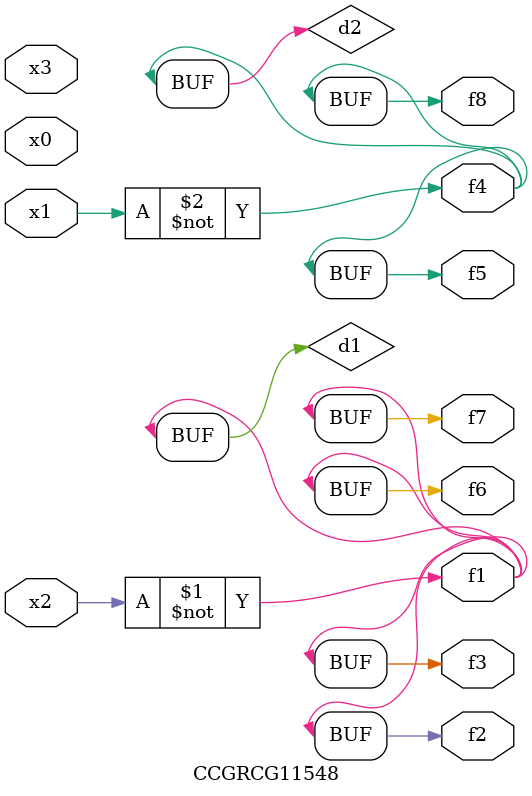
<source format=v>
module CCGRCG11548(
	input x0, x1, x2, x3,
	output f1, f2, f3, f4, f5, f6, f7, f8
);

	wire d1, d2;

	xnor (d1, x2);
	not (d2, x1);
	assign f1 = d1;
	assign f2 = d1;
	assign f3 = d1;
	assign f4 = d2;
	assign f5 = d2;
	assign f6 = d1;
	assign f7 = d1;
	assign f8 = d2;
endmodule

</source>
